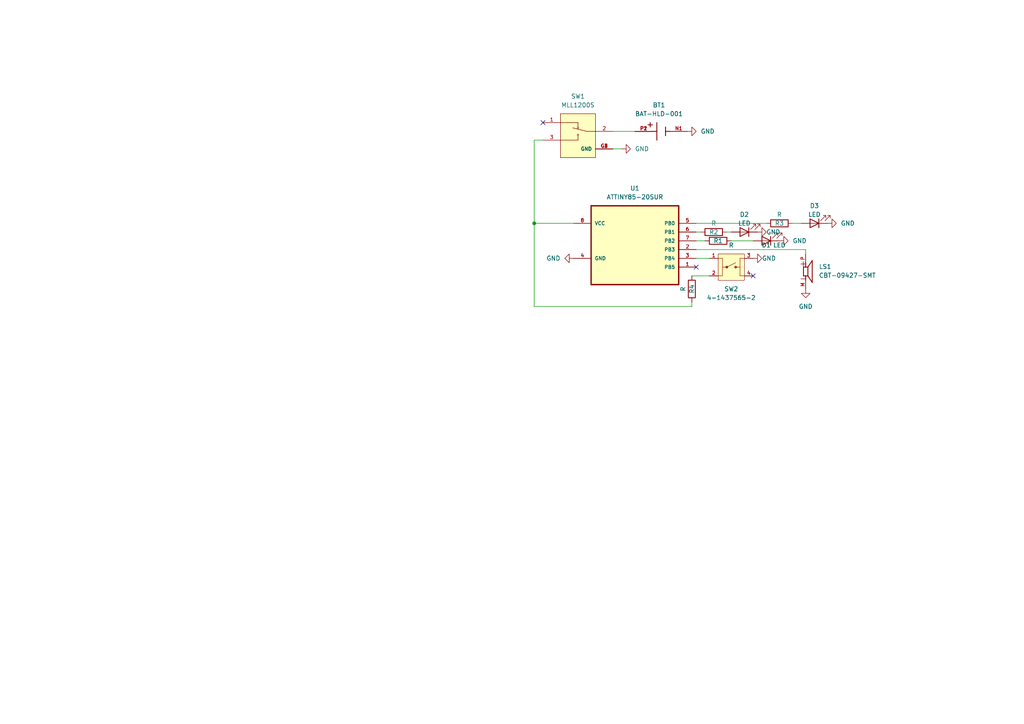
<source format=kicad_sch>
(kicad_sch (version 20230121) (generator eeschema)
  (paper "A4")
  (lib_symbols
    (symbol "ATTINY85-20SUR:ATTINY85-20SUR" (pin_names (offset 1.016))
      (property "Reference" "U" (at -5.9162 9.9453 0))
      (property "Value" "ATTINY85-20SUR" (at -3.4073 -19.9604 0))
      (symbol "ATTINY85-20SUR_0_0"
        (rectangle (start -12.7 -15.24) (end 12.7 7.62) (stroke (width 0.4064)) (fill (type background)))
        (pin bidirectional line (at 17.78 -10.16 180) (length 5.08) (name "PB5") (number "1"))
        (pin bidirectional line (at 17.78 -5.08 180) (length 5.08) (name "PB3") (number "2"))
        (pin bidirectional line (at 17.78 -7.62 180) (length 5.08) (name "PB4") (number "3"))
        (pin passive line (at -17.78 -7.62 0) (length 5.08) (name "GND") (number "4"))
        (pin bidirectional line (at 17.78 2.54 180) (length 5.08) (name "PB0") (number "5"))
        (pin bidirectional line (at 17.78 0 180) (length 5.08) (name "PB1") (number "6"))
        (pin bidirectional line (at 17.78 -2.54 180) (length 5.08) (name "PB2") (number "7"))
        (pin power_in line (at -17.78 2.54 0) (length 5.08) (name "VCC") (number "8"))
      )
    )
    (symbol "BAT-HLD-001:BAT-HLD-001" (pin_names (offset 1.016))
      (property "Reference" "BT" (at -3.81 3.81 0))
      (property "Value" "BAT-HLD-001" (at -3.81 -5.08 0))
      (symbol "BAT-HLD-001_0_0"
        (polyline (pts (xy -3.81 1.905) (xy -2.54 1.905)) (stroke (width 0.254)))
        (polyline (pts (xy -3.175 2.54) (xy -3.175 1.27)) (stroke (width 0.254)))
        (polyline (pts (xy -1.27 0) (xy -2.54 0)) (stroke (width 0.254)))
        (polyline (pts (xy -1.27 0) (xy -1.27 -2.54)) (stroke (width 0.254)))
        (polyline (pts (xy -1.27 2.54) (xy -1.27 0)) (stroke (width 0.254)))
        (polyline (pts (xy 1.27 0) (xy 1.27 -1.27)) (stroke (width 0.254)))
        (polyline (pts (xy 1.27 0) (xy 2.54 0)) (stroke (width 0.254)))
        (polyline (pts (xy 1.27 1.27) (xy 1.27 0)) (stroke (width 0.254)))
        (pin passive line (at 7.62 0 180) (length 5.08) (name "~") (number "N1"))
        (pin passive line (at -7.62 0 0) (length 5.08) (name "~") (number "P1"))
        (pin passive line (at -7.62 0 0) (length 5.08) (name "~") (number "P2"))
      )
    )
    (symbol "Device:LED" (pin_numbers hide) (pin_names (offset 1.016) hide)
      (property "Reference" "D" (at 0 2.54 0))
      (property "Value" "LED" (at 0 -2.54 0))
      (symbol "LED_0_1"
        (polyline (pts (xy -1.27 -1.27) (xy -1.27 1.27)) (stroke (width 0.254)))
        (polyline (pts (xy -1.27 0) (xy 1.27 0)))
        (polyline (pts (xy 1.27 -1.27) (xy 1.27 1.27) (xy -1.27 0) (xy 1.27 -1.27)) (stroke (width 0.254)))
        (polyline (pts (xy -3.048 -0.762) (xy -4.572 -2.286) (xy -3.81 -2.286) (xy -4.572 -2.286) (xy -4.572 -1.524)))
        (polyline (pts (xy -1.778 -0.762) (xy -3.302 -2.286) (xy -2.54 -2.286) (xy -3.302 -2.286) (xy -3.302 -1.524)))
      )
      (symbol "LED_1_1"
        (pin passive line (at -3.81 0 0) (length 2.54) (name "K") (number "1"))
        (pin passive line (at 3.81 0 180) (length 2.54) (name "A") (number "2"))
      )
    )
    (symbol "Device:R" (pin_numbers hide) (pin_names (offset 0))
      (property "Reference" "R" (at 2.032 0 90))
      (property "Value" "R" (at 0 0 90))
      (symbol "R_0_1"
        (rectangle (start -1.016 -2.54) (end 1.016 2.54) (stroke (width 0.254)))
      )
      (symbol "R_1_1"
        (pin passive line (at 0 3.81 270) (length 1.27) (name "~") (number "1"))
        (pin passive line (at 0 -3.81 90) (length 1.27) (name "~") (number "2"))
      )
    )
    (symbol "PushButton:4-1437565-2" (pin_names (offset 1.016))
      (property "Reference" "SW" (at -4.0664 4.3205 0))
      (property "Value" "4-1437565-2" (at -4.5797 -6.1062 0))
      (symbol "4-1437565-2_0_0"
        (rectangle (start -3.81 -3.81) (end 3.81 3.81) (stroke (width 0.127)) (fill (type background)))
        (circle (center -1.27 0) (radius 0.254) (stroke (width 0.2159)))
        (polyline (pts (xy -3.81 2.54) (xy -2.54 2.54)) (stroke (width 0.127)))
        (polyline (pts (xy -2.54 -2.54) (xy -3.81 -2.54)) (stroke (width 0.127)))
        (polyline (pts (xy -2.54 0) (xy -1.27 0)) (stroke (width 0.127)))
        (polyline (pts (xy -2.54 2.54) (xy -2.54 -2.54)) (stroke (width 0.127)))
        (polyline (pts (xy -1.27 0) (xy 1.27 1.27)) (stroke (width 0.127)))
        (polyline (pts (xy 1.27 0) (xy 2.54 0)) (stroke (width 0.127)))
        (polyline (pts (xy 2.54 -2.54) (xy 3.81 -2.54)) (stroke (width 0.127)))
        (polyline (pts (xy 2.54 2.54) (xy 2.54 -2.54)) (stroke (width 0.127)))
        (polyline (pts (xy 3.81 2.54) (xy 2.54 2.54)) (stroke (width 0.127)))
        (circle (center 1.27 0) (radius 0.254) (stroke (width 0.2159)))
        (pin passive line (at -6.35 2.54 0) (length 2.54) (name "~") (number "1"))
        (pin passive line (at -6.35 -2.54 0) (length 2.54) (name "~") (number "2"))
        (pin passive line (at 6.35 2.54 180) (length 2.54) (name "~") (number "3"))
        (pin passive line (at 6.35 -2.54 180) (length 2.54) (name "~") (number "4"))
      )
    )
    (symbol "SMD_Buzzer:CBT-09427-SMT" (pin_names (offset 1.016))
      (property "Reference" "LS" (at -5.1 7.65 0))
      (property "Value" "CBT-09427-SMT" (at -5.096 -8.9179 0))
      (symbol "CBT-09427-SMT_0_0"
        (polyline (pts (xy -0.635 -1.27) (xy -0.635 1.27)) (stroke (width 0.254)))
        (polyline (pts (xy -0.635 1.27) (xy 0 1.27)) (stroke (width 0.254)))
        (polyline (pts (xy 0 -1.27) (xy -0.635 -1.27)) (stroke (width 0.254)))
        (polyline (pts (xy 0 -1.27) (xy 0 -2.54)) (stroke (width 0.254)))
        (polyline (pts (xy 0 1.27) (xy 0 2.54)) (stroke (width 0.254)))
        (polyline (pts (xy 0 1.27) (xy 0.635 1.27)) (stroke (width 0.254)))
        (polyline (pts (xy 0.635 -1.27) (xy 0 -1.27)) (stroke (width 0.254)))
        (polyline (pts (xy 0.635 1.27) (xy 0.635 -1.27)) (stroke (width 0.254)))
        (polyline (pts (xy 0.635 1.27) (xy 1.905 3.175)) (stroke (width 0.254)))
        (polyline (pts (xy 1.905 -3.175) (xy 0.635 -1.27)) (stroke (width 0.254)))
        (polyline (pts (xy 1.905 3.175) (xy 1.905 -3.175)) (stroke (width 0.254)))
        (text "+" (at -1.9102 1.2735 0) (effects (font (size 1.7829 1.7829)) (justify left bottom)))
        (text "-" (at -1.9092 -3.0494 0) (effects (font (size 1.7819 1.7819)) (justify left bottom)))
        (pin passive line (at 0 -5.08 90) (length 2.54) (name "~") (number "M"))
        (pin passive line (at 0 5.08 270) (length 2.54) (name "~") (number "P"))
      )
    )
    (symbol "SMD_On_Off_switch:MLL1200S" (pin_names (offset 1.016))
      (property "Reference" "SW" (at -5.0897 8.1435 0))
      (property "Value" "MLL1200S" (at -5.3417 -7.3766 0))
      (symbol "MLL1200S_0_0"
        (rectangle (start -5.08 -5.08) (end 5.08 7.62) (stroke (width 0.1524)) (fill (type background)))
        (polyline (pts (xy -5.08 0) (xy 0 0)) (stroke (width 0.1524)))
        (polyline (pts (xy -5.08 5.08) (xy 0 5.08)) (stroke (width 0.1524)))
        (polyline (pts (xy 0 0) (xy 0 1.27)) (stroke (width 0.1524)))
        (polyline (pts (xy 0 5.08) (xy 0 3.81)) (stroke (width 0.1524)))
        (polyline (pts (xy 2.54 2.54) (xy -1.524 3.556)) (stroke (width 0.1524)))
        (polyline (pts (xy 5.08 2.54) (xy 2.54 2.54)) (stroke (width 0.1524)))
        (circle (center 0 1.54) (radius 0.2) (stroke (width 0.127)))
        (circle (center 0 3.54) (radius 0.2) (stroke (width 0.127)))
        (pin passive line (at -10.16 5.08 0) (length 5.08) (name "~") (number "1"))
        (pin passive line (at 10.16 2.54 180) (length 5.08) (name "~") (number "2"))
        (pin passive line (at -10.16 0 0) (length 5.08) (name "~") (number "3"))
        (pin power_in line (at 10.16 -2.54 180) (length 5.08) (name "GND") (number "G1"))
        (pin power_in line (at 10.16 -2.54 180) (length 5.08) (name "GND") (number "G2"))
        (pin power_in line (at 10.16 -2.54 180) (length 5.08) (name "GND") (number "G3"))
        (pin power_in line (at 10.16 -2.54 180) (length 5.08) (name "GND") (number "G4"))
      )
    )
    (symbol "power:GND" (power) (pin_names (offset 0))
      (property "Value" "GND" (at 0 -3.81 0))
      (symbol "GND_0_1"
        (polyline (pts (xy 0 0) (xy 0 -1.27) (xy 1.27 -1.27) (xy 0 -2.54) (xy -1.27 -1.27) (xy 0 -1.27)))
      )
      (symbol "GND_1_1"
        (pin power_in line (at 0 0 270) (length 0) hide (name "GND") (number "1"))
      )
    )
  )
  (junction (at 154.94 64.77))
  (no_connect (at 201.93 77.47))
  (no_connect (at 218.44 80.01))
  (no_connect (at 157.48 35.56))
  (wire (pts (xy 154.94 64.77) (xy 166.37 64.77)))
  (wire (pts (xy 154.94 40.64) (xy 154.94 64.77)))
  (wire (pts (xy 201.93 69.85) (xy 204.47 69.85)))
  (wire (pts (xy 200.66 80.01) (xy 205.74 80.01)))
  (wire (pts (xy 200.66 87.63) (xy 200.66 88.9)))
  (wire (pts (xy 180.34 43.18) (xy 177.8 43.18)))
  (wire (pts (xy 201.93 72.39) (xy 233.68 72.39)))
  (wire (pts (xy 177.8 38.1) (xy 184.15 38.1)))
  (wire (pts (xy 154.94 88.9) (xy 154.94 64.77)))
  (wire (pts (xy 210.82 67.31) (xy 212.09 67.31)))
  (wire (pts (xy 212.09 69.85) (xy 218.44 69.85)))
  (wire (pts (xy 233.68 72.39) (xy 233.68 73.66)))
  (wire (pts (xy 229.87 64.77) (xy 232.41 64.77)))
  (wire (pts (xy 201.93 74.93) (xy 205.74 74.93)))
  (wire (pts (xy 201.93 64.77) (xy 222.25 64.77)))
  (wire (pts (xy 200.66 88.9) (xy 154.94 88.9)))
  (wire (pts (xy 201.93 67.31) (xy 203.2 67.31)))
  (wire (pts (xy 157.48 40.64) (xy 154.94 40.64)))
  (symbol (lib_id "power:GND") (at 233.68 83.82 0) (unit 1)
    (property "Reference" "#PWR07" (effects hide))
    (property "Value" "GND" (at 233.68 88.9 0))
  )
  (symbol (lib_id "Device:LED") (at 215.9 67.31 180) (unit 1)
    (property "Reference" "D2" (at 215.9 62.23 0))
    (property "Value" "LED" (at 215.9 64.77 0))
    (property "Footprint" "LED_SMD:LED_0805_2012Metric_Pad1.15x1.40mm_HandSolder" (effects hide))
  )
  (symbol (lib_id "Device:LED") (at 236.22 64.77 180) (unit 1)
    (property "Reference" "D3" (at 236.22 59.69 0))
    (property "Value" "LED" (at 236.22 62.23 0))
    (property "Footprint" "LED_SMD:LED_0805_2012Metric_Pad1.15x1.40mm_HandSolder" (effects hide))
  )
  (symbol (lib_id "power:GND") (at 199.39 38.1 90) (unit 1)
    (property "Reference" "#PWR01" (effects hide))
    (property "Value" "GND" (at 203.2 38.1 90) (effects (justify right)))
  )
  (symbol (lib_id "Device:LED") (at 222.25 69.85 180) (unit 1)
    (property "Reference" "D1" (at 222.25 71.12 0))
    (property "Value" "LED" (at 226.06 71.12 0))
    (property "Footprint" "LED_SMD:LED_0805_2012Metric_Pad1.15x1.40mm_HandSolder" (effects hide))
  )
  (symbol (lib_id "power:GND") (at 166.37 74.93 270) (unit 1)
    (property "Reference" "#PWR03" (effects hide))
    (property "Value" "GND" (at 162.56 74.93 90) (effects (justify right)))
  )
  (symbol (lib_id "ATTINY85-20SUR:ATTINY85-20SUR") (at 184.15 67.31 0) (unit 1)
    (property "Reference" "U1" (at 184.15 54.61 0))
    (property "Value" "ATTINY85-20SUR" (at 184.15 57.15 0))
    (property "Footprint" "ATTINY85-20SUR:SOIC127P798X216-8N" (effects hide))
    (property "MF" "Microchip Technology" (effects hide))
    (property "Description" "\nAVR AVR® ATtiny, Functional Safety (FuSa) Microcontroller IC 8-Bit 20MHz 8KB (4K x 16) FLASH 8-SOIC\n" (effects hide))
    (property "PACKAGE" "SOIC-8" (effects hide))
    (property "MPN" "ATTINY85-20SUR" (effects hide))
    (property "Price" "None" (effects hide))
    (property "Package" "SOIC-8 Microchip" (effects hide))
    (property "OC_FARNELL" "1455164" (effects hide))
    (property "SnapEDA_Link" "https://www.snapeda.com/parts/ATTINY85-20SUR/Microchip/view-part/?ref=snap" (effects hide))
    (property "MP" "ATTINY85-20SUR" (effects hide))
    (property "Purchase-URL" "https://www.snapeda.com/api/url_track_click_mouser/?unipart_id=5619038&manufacturer=Microchip Technology&part_name=ATTINY85-20SUR&search_term=attiny8520su" (effects hide))
    (property "SUPPLIER" "Atmel" (effects hide))
    (property "OC_NEWARK" "58M3797" (effects hide))
    (property "Availability" "In Stock" (effects hide))
    (property "Check_prices" "https://www.snapeda.com/parts/ATTINY85-20SUR/Microchip/view-part/?ref=eda" (effects hide))
  )
  (symbol (lib_id "power:GND") (at 226.06 69.85 90) (unit 1)
    (property "Reference" "#PWR06" (effects hide))
    (property "Value" "GND" (at 229.87 69.85 90) (effects (justify right)))
  )
  (symbol (lib_id "power:GND") (at 180.34 43.18 90) (unit 1)
    (property "Reference" "#PWR02" (effects hide))
    (property "Value" "GND" (at 184.15 43.18 90) (effects (justify right)))
  )
  (symbol (lib_id "power:GND") (at 218.44 74.93 90) (unit 1)
    (property "Reference" "#PWR08" (effects hide))
    (property "Value" "GND" (at 220.98 74.93 90) (effects (justify right)))
  )
  (symbol (lib_id "power:GND") (at 240.03 64.77 90) (unit 1)
    (property "Reference" "#PWR04" (effects hide))
    (property "Value" "GND" (at 243.84 64.77 90) (effects (justify right)))
  )
  (symbol (lib_id "Device:R") (at 208.28 69.85 90) (unit 1)
    (property "Reference" "R1" (at 208.28 69.85 90))
    (property "Value" "R" (at 212.09 71.12 90))
    (property "Footprint" "Resistor_SMD:R_0805_2012Metric_Pad1.20x1.40mm_HandSolder" (effects hide))
  )
  (symbol (lib_id "SMD_On_Off_switch:MLL1200S") (at 167.64 40.64 0) (unit 1)
    (property "Reference" "SW1" (at 167.64 27.94 0))
    (property "Value" "MLL1200S" (at 167.64 30.48 0))
    (property "Footprint" "OnOffSwitch:SW_MLL1200S" (effects hide))
    (property "Comment" "1437575-1" (effects hide))
    (property "MF" "TE Connectivity" (effects hide))
    (property "Description" "\nAlcoswitch, Slide switch 2 way SPDT MLL series | TE Connectivity MLL1200S\n" (effects hide))
    (property "Package" "None" (effects hide))
    (property "Price" "None" (effects hide))
    (property "Check_prices" "https://www.snapeda.com/parts/MLL1200S/TE+Connectivity+ALCOSWITCH+Switches/view-part/?ref=eda" (effects hide))
    (property "STANDARD" "Manufacturers recommendation" (effects hide))
    (property "PARTREV" "A2" (effects hide))
    (property "SnapEDA_Link" "https://www.snapeda.com/parts/MLL1200S/TE+Connectivity+ALCOSWITCH+Switches/view-part/?ref=snap" (effects hide))
    (property "MP" "MLL1200S" (effects hide))
    (property "Purchase-URL" "https://www.snapeda.com/api/url_track_click_mouser/?unipart_id=1494234&manufacturer=TE Connectivity&part_name=MLL1200S&search_term=mll1200s" (effects hide))
    (property "Availability" "In Stock" (effects hide))
    (property "MANUFACTURER" "TE Connectivity" (effects hide))
  )
  (symbol (lib_id "Device:R") (at 200.66 83.82 180) (unit 1)
    (property "Reference" "R4" (at 200.66 83.82 90))
    (property "Value" "R" (at 198.12 83.82 90))
    (property "Footprint" "Resistor_SMD:R_0805_2012Metric_Pad1.20x1.40mm_HandSolder" (effects hide))
  )
  (symbol (lib_id "SMD_Buzzer:CBT-09427-SMT") (at 233.68 78.74 0) (unit 1)
    (property "Reference" "LS1" (at 237.49 77.3403 0) (effects (justify left)))
    (property "Value" "CBT-09427-SMT" (at 237.49 79.8803 0) (effects (justify left)))
    (property "Footprint" "Buzzer:CUI_CBT-09427-SMT" (effects hide))
    (property "MF" "CUI Devices" (effects hide))
    (property "DESCRIPTION" "9 mm, 3.6 V, 87 dB, Surface Mount _SMT_, Magnetic Audio Transducer Buzzer" (effects hide))
    (property "PACKAGE" "None" (effects hide))
    (property "PRICE" "None" (effects hide))
    (property "Package" "None" (effects hide))
    (property "Check_prices" "https://www.snapeda.com/parts/CBT-09427-SMT-TR/CUI+Devices/view-part/?ref=eda" (effects hide))
    (property "Price" "None" (effects hide))
    (property "SnapEDA_Link" "https://www.snapeda.com/parts/CBT-09427-SMT-TR/CUI+Devices/view-part/?ref=snap" (effects hide))
    (property "MP" "CBT-09427-SMT-TR" (effects hide))
    (property "Purchase-URL" "https://www.snapeda.com/api/url_track_click_mouser/?unipart_id=547873&manufacturer=CUI Devices&part_name=CBT-09427-SMT-TR&search_term=active passive buzzer" (effects hide))
    (property "Availability" "In Stock" (effects hide))
    (property "CUI_purchase_URL" "https://www.cuidevices.com/product/audio/buzzers/audio-transducers/cbt-09427-smt-tr?utm_source=snapeda.com&utm_medium=referral&utm_campaign=snapedaBOM" (effects hide))
    (property "AVAILABILITY" "Unavailable" (effects hide))
    (property "Description" "9 mm, 3.6 V, 87 dB, Surface Mount (SMT), Magnetic Audio Transducer Buzzer" (effects hide))
  )
  (symbol (lib_id "power:GND") (at 219.71 67.31 90) (unit 1)
    (property "Reference" "#PWR05" (effects hide))
    (property "Value" "GND" (at 222.25 67.31 90) (effects (justify right)))
  )
  (symbol (lib_id "BAT-HLD-001:BAT-HLD-001") (at 191.77 38.1 0) (unit 1)
    (property "Reference" "BT1" (at 191.135 30.48 0))
    (property "Value" "BAT-HLD-001" (at 191.135 33.02 0))
    (property "Footprint" "BatteryHolder:BAT_BAT-HLD-001" (effects hide))
    (property "MF" "Linx Technologies" (effects hide))
    (property "MAXIMUM_PACKAGE_HEIGHT" "4.2 mm" (effects hide))
    (property "Package" "None" (effects hide))
    (property "Price" "None" (effects hide))
    (property "Check_prices" "https://www.snapeda.com/parts/BAT-HLD-001/Linx+Technologies+Inc./view-part/?ref=eda" (effects hide))
    (property "STANDARD" "Manufacturer Recommendations" (effects hide))
    (property "PARTREV" "C" (effects hide))
    (property "SnapEDA_Link" "https://www.snapeda.com/parts/BAT-HLD-001/Linx+Technologies+Inc./view-part/?ref=snap" (effects hide))
    (property "MP" "BAT-HLD-001" (effects hide))
    (property "Purchase-URL" "https://www.snapeda.com/api/url_track_click_mouser/?unipart_id=184402&manufacturer=Linx Technologies&part_name=BAT-HLD-001&search_term=bat-hld-001" (effects hide))
    (property "Description" "\nHolder for CR2032 and CR2025 Batteries, Surface-Mount, Bulk Packaging\n" (effects hide))
    (property "Availability" "In Stock" (effects hide))
    (property "MANUFACTURER" "Linx Technologies" (effects hide))
  )
  (symbol (lib_id "Device:R") (at 226.06 64.77 90) (unit 1)
    (property "Reference" "R3" (at 226.06 64.77 90))
    (property "Value" "R" (at 226.06 62.23 90))
    (property "Footprint" "Resistor_SMD:R_0805_2012Metric_Pad1.20x1.40mm_HandSolder" (effects hide))
  )
  (symbol (lib_id "Device:R") (at 207.01 67.31 90) (unit 1)
    (property "Reference" "R2" (at 207.01 67.31 90))
    (property "Value" "R" (at 207.01 64.77 90))
    (property "Footprint" "Resistor_SMD:R_0805_2012Metric_Pad1.20x1.40mm_HandSolder" (effects hide))
  )
  (symbol (lib_id "PushButton:4-1437565-2") (at 212.09 77.47 0) (unit 1)
    (property "Reference" "SW2" (at 212.09 83.82 0))
    (property "Value" "4-1437565-2" (at 212.09 86.36 0))
    (property "Footprint" "PushButton:SW_4-1437565-2" (effects hide))
    (property "Comment" "4-1437565-2" (effects hide))
    (property "MF" "TE Connectivity" (effects hide))
    (property "Description" "\nSwitch Tactile OFF (ON) SPST Round Button Gull Wing 0.05A 24VDC 1VA 9.18N SMD T/R\n" (effects hide))
    (property "Package" "None" (effects hide))
    (property "Price" "None" (effects hide))
    (property "Check_prices" "https://www.snapeda.com/parts/FSM4JSMATR/TE+Connectivity+ALCOSWITCH+Switches/view-part/?ref=eda" (effects hide))
    (property "STANDARD" "Manufacturer Recommendations" (effects hide))
    (property "PARTREV" "V" (effects hide))
    (property "SnapEDA_Link" "https://www.snapeda.com/parts/FSM4JSMATR/TE+Connectivity+ALCOSWITCH+Switches/view-part/?ref=snap" (effects hide))
    (property "MP" "FSM4JSMATR" (effects hide))
    (property "Purchase-URL" "https://www.snapeda.com/api/url_track_click_mouser/?unipart_id=2774279&manufacturer=TE Connectivity&part_name=FSM4JSMATR&search_term=fsm4jsmatr" (effects hide))
    (property "Availability" "In Stock" (effects hide))
    (property "MANUFACTURER" "TE Connectivity ALCOSWITCH Switches" (effects hide))
  )
)
</source>
